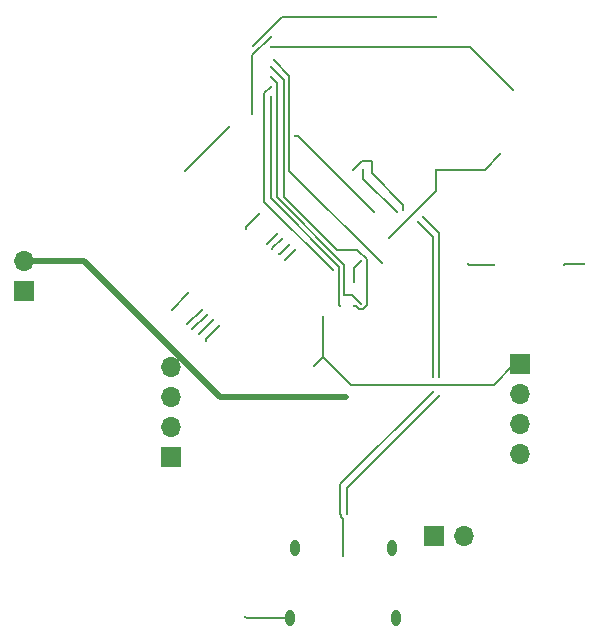
<source format=gbr>
%TF.GenerationSoftware,KiCad,Pcbnew,7.0.9-7.0.9~ubuntu22.04.1*%
%TF.CreationDate,2023-12-21T17:36:31+01:00*%
%TF.ProjectId,lidar 2 round,6c696461-7220-4322-9072-6f756e642e6b,rev?*%
%TF.SameCoordinates,Original*%
%TF.FileFunction,Copper,L2,Bot*%
%TF.FilePolarity,Positive*%
%FSLAX46Y46*%
G04 Gerber Fmt 4.6, Leading zero omitted, Abs format (unit mm)*
G04 Created by KiCad (PCBNEW 7.0.9-7.0.9~ubuntu22.04.1) date 2023-12-21 17:36:31*
%MOMM*%
%LPD*%
G01*
G04 APERTURE LIST*
%TA.AperFunction,ComponentPad*%
%ADD10R,1.700000X1.700000*%
%TD*%
%TA.AperFunction,ComponentPad*%
%ADD11O,1.700000X1.700000*%
%TD*%
%TA.AperFunction,ComponentPad*%
%ADD12O,0.800000X1.400000*%
%TD*%
%TA.AperFunction,ViaPad*%
%ADD13C,0.300000*%
%TD*%
%TA.AperFunction,Conductor*%
%ADD14C,0.200000*%
%TD*%
%TA.AperFunction,Conductor*%
%ADD15C,0.500000*%
%TD*%
G04 APERTURE END LIST*
D10*
%TO.P,J4,1*%
%TO.N,VIN*%
X146710000Y-120750000D03*
D11*
%TO.P,J4,2*%
%TO.N,GND*%
X149250000Y-120750000D03*
%TD*%
D10*
%TO.P,J3,1*%
%TO.N,TMS*%
X124375000Y-114050000D03*
D11*
%TO.P,J3,2*%
%TO.N,TDI*%
X124375000Y-111510000D03*
%TO.P,J3,3*%
%TO.N,TDO*%
X124375000Y-108970000D03*
%TO.P,J3,4*%
%TO.N,TCK*%
X124375000Y-106430000D03*
%TD*%
D10*
%TO.P,J2,1*%
%TO.N,Net-(Q1-E)*%
X112000000Y-100025000D03*
D11*
%TO.P,J2,2*%
%TO.N,+5V*%
X112000000Y-97485000D03*
%TD*%
D12*
%TO.P,J5,S1,SHIELD*%
%TO.N,GND*%
X134520000Y-127750000D03*
X134880000Y-121800000D03*
X143140000Y-121800000D03*
X143500000Y-127750000D03*
%TD*%
D10*
%TO.P,J1,1*%
%TO.N,+3.3V*%
X154000000Y-106250000D03*
D11*
%TO.P,J1,2*%
%TO.N,RX*%
X154000000Y-108790000D03*
%TO.P,J1,3*%
%TO.N,TX*%
X154000000Y-111330000D03*
%TO.P,J1,4*%
%TO.N,GND*%
X154000000Y-113870000D03*
%TD*%
D13*
%TO.N,Net-(U5-GPIO0{slash}BOOT)*%
X153352335Y-82995075D03*
X132850000Y-79350000D03*
%TO.N,GND*%
X142866453Y-95571283D03*
X152267304Y-88454234D03*
X146850000Y-89750000D03*
X130717722Y-127626148D03*
%TO.N,+3.3V*%
X132850000Y-78500000D03*
X136517520Y-106367523D03*
X140464767Y-97481434D03*
X139900000Y-99250000D03*
X131300185Y-85065306D03*
X137290000Y-102250000D03*
%TO.N,+5V*%
X139191338Y-108973346D03*
%TO.N,TMS*%
X127413689Y-104239823D03*
X134885187Y-96576017D03*
X128489185Y-103021876D03*
X134058977Y-97380859D03*
%TO.N,TDI*%
X126827873Y-103641425D03*
X127973407Y-102495891D03*
X134371783Y-96139063D03*
X133546760Y-96904731D03*
%TO.N,TDO*%
X133004827Y-96453729D03*
X127435035Y-102023520D03*
X133802547Y-95599029D03*
X126231334Y-103231609D03*
%TO.N,TCK*%
X132561872Y-96057588D03*
X125749461Y-102829330D03*
X127000000Y-101600000D03*
X133429593Y-95164347D03*
%TO.N,Enable_Motor*%
X129342043Y-86124498D03*
X125588203Y-89847569D03*
%TO.N,Enable*%
X142240000Y-97665000D03*
X133142072Y-80492073D03*
%TO.N,GPIO1*%
X132850000Y-83600000D03*
X138718767Y-101297904D03*
%TO.N,SCL*%
X139910304Y-101306488D03*
X132850000Y-81050000D03*
%TO.N,SDA*%
X132850000Y-81900000D03*
X140496437Y-101088654D03*
%TO.N,GPIO0*%
X132850000Y-82750000D03*
X138129339Y-98267157D03*
%TO.N,Hall_Effect_Sensor*%
X141605000Y-93345000D03*
X134949056Y-86943836D03*
X151765000Y-97790000D03*
X149595698Y-97765702D03*
X159421357Y-97765702D03*
X157656141Y-97829505D03*
%TO.N,D+*%
X143510000Y-93345000D03*
X145327692Y-94221768D03*
X140700000Y-89750000D03*
X138749437Y-118934388D03*
X146561394Y-108575910D03*
X146561394Y-107335297D03*
X139005851Y-122438844D03*
%TO.N,D-*%
X145774319Y-93721768D03*
X147134105Y-107350895D03*
X139319144Y-118915059D03*
X139850000Y-89750000D03*
X147109374Y-108884211D03*
X144059644Y-93157080D03*
%TO.N,Net-(U5-EN)*%
X131356446Y-79286446D03*
X146850000Y-76800000D03*
%TO.N,SLED*%
X125865385Y-100170297D03*
X130775560Y-94774310D03*
X131868638Y-93542429D03*
X124460000Y-101600000D03*
%TD*%
D14*
%TO.N,Net-(U5-GPIO0{slash}BOOT)*%
X153352335Y-82995075D02*
X149707260Y-79350000D01*
X149707260Y-79350000D02*
X132850000Y-79350000D01*
%TO.N,GND*%
X152267304Y-88454234D02*
X150971538Y-89750000D01*
X134520000Y-127750000D02*
X130841574Y-127750000D01*
X146850000Y-91587736D02*
X146850000Y-89750000D01*
X130841574Y-127750000D02*
X130717722Y-127626148D01*
X150971538Y-89750000D02*
X146850000Y-89750000D01*
X142866453Y-95571283D02*
X146850000Y-91587736D01*
%TO.N,+3.3V*%
X151765000Y-107950000D02*
X153465000Y-106250000D01*
X153465000Y-106250000D02*
X154000000Y-106250000D01*
X137290000Y-105595043D02*
X139644957Y-107950000D01*
X137290000Y-105595043D02*
X137290000Y-102250000D01*
X139900000Y-98046201D02*
X140464767Y-97481434D01*
X139900000Y-99250000D02*
X139900000Y-98046201D01*
X131300185Y-80049815D02*
X132850000Y-78500000D01*
X131300185Y-85065306D02*
X131300185Y-80049815D01*
X139644957Y-107950000D02*
X151765000Y-107950000D01*
X136517520Y-106367523D02*
X137290000Y-105595043D01*
D15*
%TO.N,+5V*%
X117056346Y-97485000D02*
X112000000Y-97485000D01*
X139191338Y-108973346D02*
X128544692Y-108973346D01*
X128544692Y-108973346D02*
X117056346Y-97485000D01*
D14*
%TO.N,TMS*%
X127413689Y-104097372D02*
X128489185Y-103021876D01*
X127413689Y-104239823D02*
X127413689Y-104097372D01*
X134058977Y-97380859D02*
X134080345Y-97380859D01*
X134080345Y-97380859D02*
X134885187Y-96576017D01*
%TO.N,TDI*%
X133546760Y-96904731D02*
X133606115Y-96904731D01*
X127973407Y-102460278D02*
X127973407Y-102495891D01*
X126827873Y-103641425D02*
X127973407Y-102495891D01*
X133606115Y-96904731D02*
X134371783Y-96139063D01*
%TO.N,TDO*%
X126231334Y-103231609D02*
X126231334Y-103227221D01*
X133004827Y-96396749D02*
X133802547Y-95599029D01*
X126231334Y-103227221D02*
X127435035Y-102023520D01*
X133004827Y-96453729D02*
X133004827Y-96396749D01*
%TO.N,TCK*%
X125749461Y-102829330D02*
X125770670Y-102829330D01*
X132561872Y-96057588D02*
X132561872Y-96032068D01*
X132561872Y-96032068D02*
X133429593Y-95164347D01*
X125770670Y-102829330D02*
X127000000Y-101600000D01*
%TO.N,Enable_Motor*%
X125618972Y-89847569D02*
X129342043Y-86124498D01*
X125588203Y-89847569D02*
X125618972Y-89847569D01*
%TO.N,Enable*%
X134449056Y-89874056D02*
X134449056Y-81799057D01*
X134449056Y-81799057D02*
X133142072Y-80492073D01*
X142240000Y-97665000D02*
X134449056Y-89874056D01*
%TO.N,GPIO1*%
X138665000Y-101244137D02*
X138665000Y-97955686D01*
X132850000Y-92140686D02*
X132850000Y-83600000D01*
X138718767Y-101297904D02*
X138665000Y-101244137D01*
X138665000Y-97955686D02*
X132850000Y-92140686D01*
%TO.N,SCL*%
X140139730Y-96520000D02*
X138430000Y-96520000D01*
X140310040Y-101538654D02*
X140682834Y-101538654D01*
X140077874Y-101306488D02*
X140310040Y-101538654D01*
X139910304Y-101306488D02*
X140077874Y-101306488D01*
X133985000Y-92075000D02*
X133985000Y-82185000D01*
X140970000Y-97350270D02*
X140139730Y-96520000D01*
X133985000Y-82185000D02*
X132850000Y-81050000D01*
X140682834Y-101538654D02*
X140970000Y-101251488D01*
X138430000Y-96520000D02*
X133985000Y-92075000D01*
X140970000Y-101251488D02*
X140970000Y-97350270D01*
%TO.N,SDA*%
X139737783Y-100330000D02*
X139065000Y-100330000D01*
X139065000Y-97790000D02*
X133350000Y-92075000D01*
X140496437Y-101088654D02*
X139737783Y-100330000D01*
X133350000Y-82400000D02*
X132850000Y-81900000D01*
X139065000Y-100330000D02*
X139065000Y-97790000D01*
X133350000Y-92075000D02*
X133350000Y-82400000D01*
%TO.N,GPIO0*%
X132315000Y-92452818D02*
X138129339Y-98267157D01*
X132315000Y-83285000D02*
X132315000Y-92452818D01*
X132850000Y-82750000D02*
X132315000Y-83285000D01*
%TO.N,Hall_Effect_Sensor*%
X149619996Y-97790000D02*
X149595698Y-97765702D01*
X157719944Y-97765702D02*
X157656141Y-97829505D01*
X151765000Y-97790000D02*
X149619996Y-97790000D01*
X141605000Y-93345000D02*
X135203836Y-86943836D01*
X135203836Y-86943836D02*
X134949056Y-86943836D01*
X159421357Y-97765702D02*
X157719944Y-97765702D01*
%TO.N,D+*%
X138799359Y-119132058D02*
X138799359Y-118984310D01*
X138749437Y-116387867D02*
X138749437Y-118934388D01*
X138799359Y-118984310D02*
X138749437Y-118934388D01*
X140700000Y-90535000D02*
X140700000Y-89750000D01*
X146561394Y-107335297D02*
X146561394Y-95455470D01*
X146561394Y-95455470D02*
X145327692Y-94221768D01*
X146561394Y-108575910D02*
X138749437Y-116387867D01*
X139005851Y-122438844D02*
X139005851Y-119338550D01*
X139005851Y-119338550D02*
X138799359Y-119132058D01*
X143510000Y-93345000D02*
X140700000Y-90535000D01*
%TO.N,D-*%
X139319144Y-116674441D02*
X147109374Y-108884211D01*
X147134105Y-95081554D02*
X145774319Y-93721768D01*
X147134105Y-107350895D02*
X147134105Y-95081554D01*
X144059644Y-92725573D02*
X141401074Y-90067003D01*
X141401074Y-90067003D02*
X141401074Y-88989925D01*
X144059644Y-93157080D02*
X144059644Y-92725573D01*
X140610075Y-88989925D02*
X139850000Y-89750000D01*
X139319144Y-118915059D02*
X139319144Y-116674441D01*
X141401074Y-88989925D02*
X140610075Y-88989925D01*
%TO.N,Net-(U5-EN)*%
X146850000Y-76800000D02*
X133842892Y-76800000D01*
X133842892Y-76800000D02*
X131356446Y-79286446D01*
%TO.N,SLED*%
X130775560Y-94774310D02*
X130775560Y-94635507D01*
X125865385Y-100194615D02*
X125865385Y-100170297D01*
X130775560Y-94635507D02*
X131868638Y-93542429D01*
X124460000Y-101600000D02*
X125865385Y-100194615D01*
%TD*%
M02*

</source>
